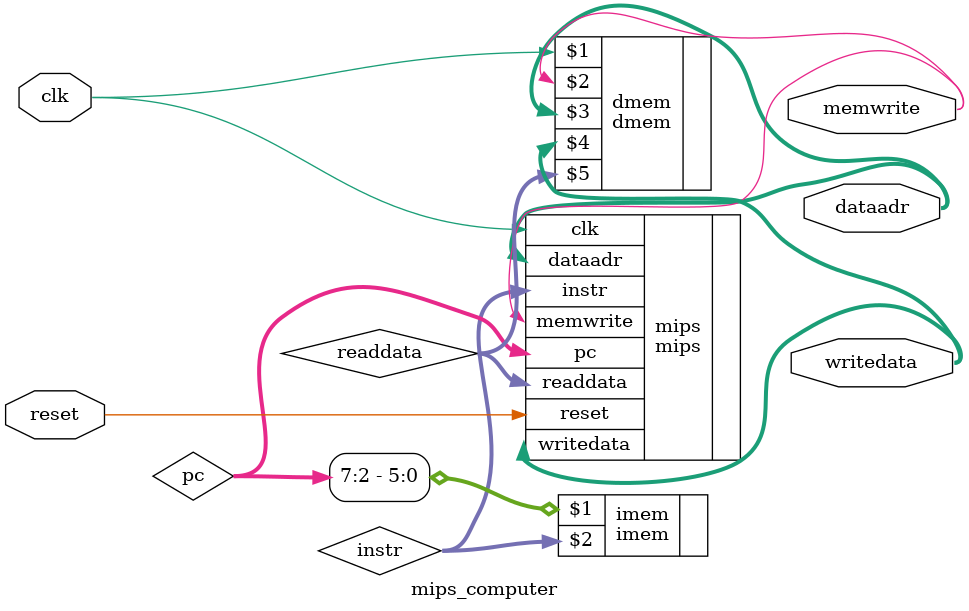
<source format=sv>
`ifndef MIPSCOMPUTER
`define MIPSCOMPUTER

`include "./mips.sv"
`include "./imem.sv"
`include "./dmem.sv"

module mips_computer(
    //
    // ---------------- PORT DEFINITIONS ----------------
    //
    input logic clk, reset,
    output logic [31:0] writedata, dataadr, 
    output logic memwrite
);

    //
    // ---------------- MODULE DESIGN IMPLEMENTATION ----------------
    //
    logic [31:0] pc, instr, readdata;
    
    // instantiate processor
    mips mips(.clk(clk), .reset(reset), .pc(pc), .instr(instr), .memwrite(memwrite), .dataadr(dataadr), .writedata(writedata), .readdata(readdata));
    
    // instantiate instruction memory
    imem imem(pc[7:2], instr);

    // instantiate data memory
    dmem dmem(clk, memwrite, dataadr, writedata, readdata);

endmodule

`endif // MIPSCOMPUTER
</source>
